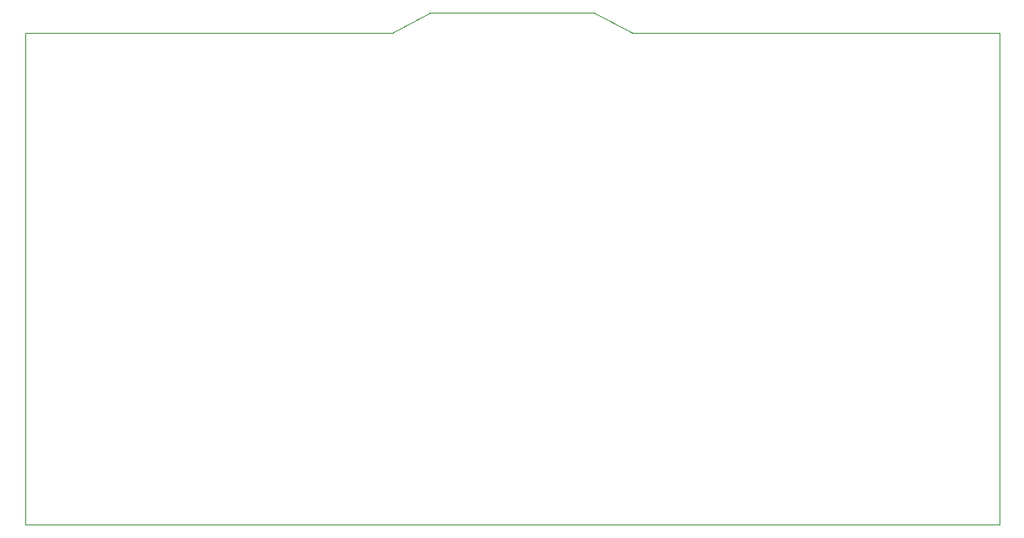
<source format=gm1>
G04 #@! TF.GenerationSoftware,KiCad,Pcbnew,6.0.1*
G04 #@! TF.CreationDate,2022-02-14T19:14:07-08:00*
G04 #@! TF.ProjectId,BREAKOUT-ATF1508AS,42524541-4b4f-4555-942d-415446313530,rev?*
G04 #@! TF.SameCoordinates,Original*
G04 #@! TF.FileFunction,Profile,NP*
%FSLAX46Y46*%
G04 Gerber Fmt 4.6, Leading zero omitted, Abs format (unit mm)*
G04 Created by KiCad (PCBNEW 6.0.1) date 2022-02-14 19:14:07*
%MOMM*%
%LPD*%
G01*
G04 APERTURE LIST*
G04 #@! TA.AperFunction,Profile*
%ADD10C,0.100000*%
G04 #@! TD*
G04 APERTURE END LIST*
D10*
X195880000Y-117020000D02*
X195880000Y-71500000D01*
X159040000Y-71500000D02*
X160560000Y-71500000D01*
X98080000Y-120900000D02*
X98800000Y-120900000D01*
X195880000Y-120420000D02*
X195880000Y-117020000D01*
X138800000Y-69500000D02*
X140030000Y-69500000D01*
X191840000Y-71500000D02*
X160560000Y-71500000D01*
X194150000Y-71500000D02*
X191840000Y-71500000D01*
X98080000Y-116230000D02*
X98080000Y-106060000D01*
X134920000Y-71500000D02*
X138800000Y-69500000D01*
X195880000Y-71500000D02*
X194150000Y-71500000D01*
X98080000Y-106060000D02*
X98080000Y-71500000D01*
X159040000Y-71500000D02*
X155200000Y-69500000D01*
X140030000Y-69500000D02*
X155200000Y-69500000D01*
X98080000Y-71500000D02*
X134920000Y-71500000D01*
X195880000Y-120900000D02*
X195880000Y-120420000D01*
X98080000Y-120900000D02*
X98080000Y-120290000D01*
X98080000Y-120290000D02*
X98080000Y-116230000D01*
X98800000Y-120900000D02*
X195880000Y-120900000D01*
M02*

</source>
